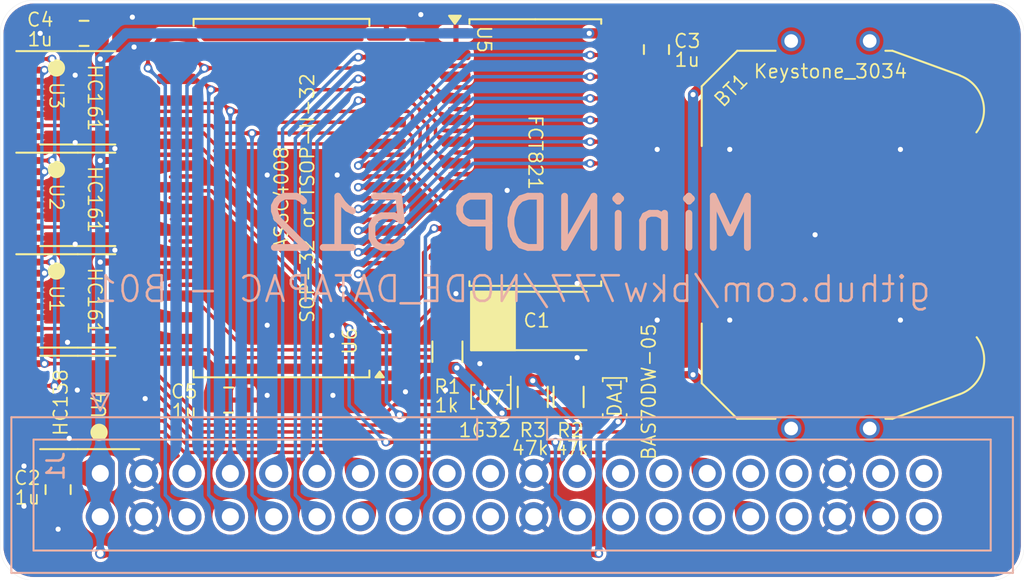
<source format=kicad_pcb>
(kicad_pcb (version 20240108) (generator "pcbnew") (generator_version "8.0")
  (title_block (title "MiniNDP 512") (date "2024-05-19") (rev "B01") (company "Brian K. White - b.kenyon.w@gmail.com") (comment 1 "github.com/bkw777/NODE_DATAPAC"))
  (layers (0 "F.Cu" signal) (31 "B.Cu" signal) (34 "B.Paste" user) (35 "F.Paste" user) (36 "B.SilkS" user "B.Silkscreen") (37 "F.SilkS" user "F.Silkscreen") (38 "B.Mask" user) (39 "F.Mask" user) (44 "Edge.Cuts" user))
  (net 0 "")
  (net 1 "GND")
  (net 2 "VMEM")
  (net 3 "VBUS")
  (net 4 "/AD0")
  (net 5 "/AD1")
  (net 6 "/AD2")
  (net 7 "/AD3")
  (net 8 "/AD4")
  (net 9 "/AD5")
  (net 10 "/AD6")
  (net 11 "/AD7")
  (net 12 "/A8")
  (net 13 "/A9")
  (net 14 "/~{RD}")
  (net 15 "/RAMRST")
  (net 16 "/~{Y0}")
  (net 17 "/(A)")
  (net 23 "/~{BLOCK}")
  (net 24 "/~{BYTE}")
  (net 25 "/TC0")
  (net 27 "/BUS_A10")
  (net 30 "/SLEEP")
  (net 31 "/A5")
  (net 32 "/A6")
  (net 33 "/TC1")
  (net 34 "/~{CE}")
  (net 35 "/A7")
  (net 36 "/BATT+")
  (net 37 "/BUS_A8")
  (net 38 "/BUS_A9")
  (net 39 "/A0")
  (net 40 "/A1")
  (net 41 "/A2")
  (net 42 "/A3")
  (net 43 "/A4")
  (net 57 "/~{WR}")
  (net 59 "Net-(C1-Pad1)")
  (net 61 "/A15")
  (net 62 "/A12")
  (net 63 "/A13")
  (net 64 "/A18")
  (net 65 "/A14")
  (net 66 "/A16")
  (net 67 "/A17")
  (net 68 "/A10")
  (net 69 "/A11")
  (footprint "000_LOCAL:CP_6032" (layer "F.Cu") (at 153.309 104.825)
    (property "Reference" "C1")
    (property "Value" "220u10v" (hide yes))
  )
  (footprint "000_LOCAL:TSSOP-16" (layer "F.Cu") (at 126.5 109.6 180)
    (property "Reference" "U4")
    (property "Value" "HC138")
  )
  (footprint "000_LOCAL:C_0805" (layer "F.Cu") (at 125.35 114.704999 -90)
    (property "Reference" "C2")
    (property "Value" "1u")
  )
  (footprint "000_LOCAL:SOIC-24" (layer "F.Cu") (at 153.309001 94.958999)
    (property "Reference" "U5")
    (property "Value" "FCT821")
  )
  (footprint "000_LOCAL:Fiducial_0.75_1.5" (layer "F.Cu") (at 179.95 118.025)
    (property "Reference" "F2" (hide yes))
    (property "Value" "Fiducial_0.75_1.5" (hide yes))
  )
  (footprint "000_LOCAL:TSSOP-16" (layer "F.Cu") (at 126.5 97.7)
    (property "Reference" "U2")
    (property "Value" "HC161")
  )
  (footprint "000_LOCAL:TSOP-II-SOP-32_dual" (layer "F.Cu") (at 138.4372 97.626 180)
    (property "Reference" "U6")
    (property "Value" "AS6C4008")
  )
  (footprint "000_LOCAL:Fiducial_0.75_1.5" (layer "F.Cu") (at 179.95 88.025 90)
    (property "Reference" "F2" (hide yes))
    (property "Value" "Fiducial_0.75_1.5" (hide yes))
  )
  (footprint "000_LOCAL:SOT-363_SC-70-6_symmetric" (layer "F.Cu") (at 157.959 109.325 180)
    (property "Reference" "DA1")
    (property "Value" "BAS70DW-05")
  )
  (footprint "000_LOCAL:R_0805" (layer "F.Cu") (at 148.159 106.625001 90)
    (property "Reference" "R1")
    (property "Value" "1k")
  )
  (footprint "000_LOCAL:TSSOP-16" (layer "F.Cu") (at 126.5 91.75)
    (property "Reference" "U3")
    (property "Value" "HC161")
  )
  (footprint "000_LOCAL:SOT-353_SC-70-5" (layer "F.Cu") (at 150.709 109.275 -90)
    (property "Reference" "U7")
    (property "Value" "1G32")
  )
  (footprint "000_LOCAL:C_0805" (layer "F.Cu") (at 160.406 88.923999 -90)
    (property "Reference" "C3")
    (property "Value" "1u")
  )
  (footprint "000_LOCAL:R_0805" (layer "F.Cu") (at 155.259 109.275 90)
    (property "Reference" "R2")
    (property "Value" "47k")
  )
  (footprint "000_LOCAL:Fiducial_0.75_1.5" (layer "F.Cu") (at 123.95 118.025)
    (property "Reference" "F3" (hide yes))
    (property "Value" "Fiducial_0.75_1.5" (hide yes))
  )
  (footprint "000_LOCAL:MiniNDP_Cover" (layer "F.Cu") (at 151.95 103.025)
    (property "Reference" "ENCLOSURE")
    (property "Value" "MiniNDP_Cover")
  )
  (footprint "000_LOCAL:Keystone_3028_3034" (layer "F.Cu") (at 170.6 99.775 90)
    (property "Reference" "BT1")
    (property "Value" "Keystone_3034")
  )
  (footprint "000_LOCAL:R_0805" (layer "F.Cu") (at 153.159 109.275 90)
    (property "Reference" "R3")
    (property "Value" "47k")
  )
  (footprint "000_LOCAL:C_0805" (layer "F.Cu") (at 126.870001 87.974 180)
    (property "Reference" "C4")
    (property "Value" "1u")
  )
  (footprint "000_LOCAL:C_0805" (layer "F.Cu") (at 135.34 109.46)
    (property "Reference" "C5")
    (property "Value" "1u")
  )
  (footprint "000_LOCAL:TSSOP-16" (layer "F.Cu") (at 126.5 103.65)
    (property "Reference" "U1")
    (property "Value" "HC161")
  )
  (footprint "000_LOCAL:IDC-Header_2x20_P2.54mm_Vertical" (layer "B.Cu") (at 127.82 113.755 -90)
    (property "Reference" "J1")
    (property "Value" "Conn_02x20_Odd_Even")
  )
  (gr_line (start 123.95 86.025) (end 179.95 86.025) (stroke (width 0.01)) (layer "Edge.Cuts"))
  (gr_line (start 179.95 120.025) (end 123.95 120.025) (stroke (width 0.01)) (layer "Edge.Cuts"))
  (gr_arc (start 179.95 86.024999) (mid 181.364214 86.610786) (end 181.950001 88.025) (stroke (width 0.01)) (layer "Edge.Cuts"))
  (gr_arc (start 123.95 120.025) (mid 122.535786 119.439214) (end 121.95 118.025) (stroke (width 0.01)) (layer "Edge.Cuts"))
  (gr_arc (start 181.950001 118.025) (mid 181.364214 119.439214) (end 179.95 120.025001) (stroke (width 0.01)) (layer "Edge.Cuts"))
  (gr_line (start 181.95 88.025) (end 181.95 118.025) (stroke (width 0.01)) (layer "Edge.Cuts"))
  (gr_arc (start 121.949999 88.025) (mid 122.535786 86.610786) (end 123.95 86.024999) (stroke (width 0.01)) (layer "Edge.Cuts"))
  (gr_line (start 121.95 118.025) (end 121.95 88.025) (stroke (width 0.01)) (layer "Edge.Cuts"))
  (gr_text "${TITLE}" (at 151.95 99.15 0) (layer "B.SilkS") (effects (font (size 3 3) (thickness 0.4)) (justify mirror)))
  (gr_text "${COMMENT1} - ${REVISION}" (at 151.95 102.96 0) (layer "B.SilkS") (effects (font (size 1.5 1.5)) (justify mirror)))
  (gr_text "SOP-32 or TSOP-II-32" (at 139.95 97.625 90) (layer "F.SilkS") (effects (font (size 0.8 0.8) (thickness 0.1))))
  (via (at 150.059 107.325) (size 0.5) (drill 0.3) (layers "F.Cu" "B.Cu") (net 1))
  (via (at 141.4 105.675) (size 0.5) (drill 0.3) (layers "F.Cu" "B.Cu") (net 1))
  (via (at 155.759 102.625) (size 0.5) (drill 0.3) (layers "F.Cu" "B.Cu") (net 1))
  (via (at 151.659 97.175) (size 0.5) (drill 0.3) (layers "F.Cu" "B.Cu") (net 1))
  (via (at 128.675 100.675) (size 0.5) (drill 0.3) (layers "F.Cu" "B.Cu") (net 1))
  (via (at 169.7 99.775) (size 0.5) (drill 0.3) (layers "F.Cu" "B.Cu") (net 1))
  (via (at 164.7 94.775) (size 0.5) (drill 0.3) (layers "F.Cu" "B.Cu") (net 1))
  (via (at 141.7 96.275) (size 0.5) (drill 0.3) (layers "F.Cu" "B.Cu") (net 1))
  (via (at 126.35 94.375) (size 0.5) (drill 0.3) (layers "F.Cu" "B.Cu") (net 1))
  (via (at 174.7 94.775) (size 0.5) (drill 0.3) (layers "F.Cu" "B.Cu") (net 1))
  (via (at 145.7 108.975) (size 0.5) (drill 0.3) (layers "F.Cu" "B.Cu") (net 1))
  (via (at 125.9 106.075) (size 0.5) (drill 0.3) (layers "F.Cu" "B.Cu") (net 1))
  (via (at 126.35 90.425) (size 0.5) (drill 0.3) (layers "F.Cu" "B.Cu") (net 1))
  (via (at 126.35 100.325) (size 0.5) (drill 0.3) (layers "F.Cu" "B.Cu") (net 1))
  (via (at 123.35 115.675) (size 0.5) (drill 0.3) (layers "F.Cu" "B.Cu") (net 1))
  (via (at 137.6 96.275) (size 0.5) (drill 0.3) (layers "F.Cu" "B.Cu") (net 1))
  (via (at 123.35 113.325) (size 0.5) (drill 0.3) (layers "F.Cu" "B.Cu") (net 1))
  (via (at 129.8 88.775) (size 0.5) (drill 0.3) (layers "F.Cu" "B.Cu") (net 1))
  (via (at 164.7 104.775) (size 0.5) (drill 0.3) (layers "F.Cu" "B.Cu") (net 1))
  (via (at 141.45 109.183) (size 0.5) (drill 0.3) (layers "F.Cu" "B.Cu") (net 1))
  (via (at 125.35 117.025) (size 0.5) (drill 0.3) (layers "F.Cu" "B.Cu") (net 1))
  (via (at 137.599 109.183) (size 0.5) (drill 0.3) (layers "F.Cu" "B.Cu") (net 1))
  (via (at 126 111.7) (size 0.5) (drill 0.3) (layers "F.Cu" "B.Cu") (net 1))
  (via (at 160.45 104.775) (size 0.5) (drill 0.3) (layers "F.Cu" "B.Cu") (net 1))
  (via (at 128.675 94.725) (size 0.5) (drill 0.3) (layers "F.Cu" "B.Cu") (net 1))
  (via (at 124.3 87.975) (size 0.5) (drill 0.3) (layers "F.Cu" "B.Cu") (net 1))
  (via (at 129.7 87.025) (size 0.5) (drill 0.3) (layers "F.Cu" "B.Cu") (net 1))
  (via (at 126.475 108.875) (size 0.5) (drill 0.3) (layers "F.Cu" "B.Cu") (net 1))
  (via (at 146.6 86.875) (size 0.5) (drill 0.3) (layers "F.Cu" "B.Cu") (net 1))
  (via (at 137.6 105.075) (size 0.5) (drill 0.3) (layers "F.Cu" "B.Cu") (net 1))
  (via (at 130.45 109.375) (size 0.5) (drill 0.3) (layers "F.Cu" "B.Cu") (net 1))
  (via (at 160.45 94.775) (size 0.5) (drill 0.3) (layers "F.Cu" "B.Cu") (net 1))
  (via (at 174.7 104.775) (size 0.5) (drill 0.3) (layers "F.Cu" "B.Cu") (net 1))
  (via (at 155.759 106.975) (size 0.5) (drill 0.3) (layers "F.Cu" "B.Cu") (net 1))
  (via (at 148.659 103.225) (size 0.5) (drill 0.3) (layers "F.Cu" "B.Cu") (net 1))
  (via (at 148.05 108.875) (size 0.5) (drill 0.3) (layers "F.Cu" "B.Cu") (net 1))
  (segment (start 142.772 107.625) (end 134.39 107.625) (width 0.6) (layer "F.Cu") (net 2))
  (segment (start 148.709 107.575) (end 146.55 107.575) (width 0.6) (layer "F.Cu") (net 2))
  (segment (start 153.158999 110.225) (end 153.159 110.224999) (width 0.6) (layer "F.Cu") (net 2))
  (segment (start 134.39 107.625) (end 133.916 107.151) (width 0.6) (layer "F.Cu") (net 2))
  (segment (start 133.916 107.151) (end 132.2904 107.151) (width 0.6) (layer "F.Cu") (net 2))
  (segment (start 143.172 108.025) (end 142.772 107.625) (width 0.6) (layer "F.Cu") (net 2))
  (segment (start 151.359 110.225) (end 153.158999 110.225) (width 0.6) (layer "F.Cu") (net 2))
  (segment (start 151.359 110.225) (end 151.359001 110.224999) (width 0.4) (layer "F.Cu") (net 2))
  (segment (start 146.55 107.575) (end 146.1 108.025) (width 0.6) (layer "F.Cu") (net 2))
  (segment (start 157.009 109.975) (end 155.458999 109.975) (width 0.4) (layer "F.Cu") (net 2))
  (segment (start 146.1 108.025) (end 143.172 108.025) (width 0.6) (layer "F.Cu") (net 2))
  (segment (start 134.39 109.46) (end 134.39 107.625) (width 0.6) (layer "F.Cu") (net 2))
  (segment (start 153.159 110.224999) (end 155.209 110.224999) (width 0.6) (layer "F.Cu") (net 2))
  (segment (start 155.458999 109.975) (end 155.209 110.224999) (width 0.4) (layer "F.Cu") (net 2))
  (via (at 148.709 107.575) (size 0.5) (drill 0.3) (layers "F.Cu" "B.Cu") (net 2))
  (via (at 151.359 110.225) (size 0.5) (drill 0.3) (layers "F.Cu" "B.Cu") (net 2))
  (segment (start 148.709001 107.574999) (end 151.359001 110.224999) (width 0.6) (layer "B.Cu") (net 2))
  (segment (start 124.15 111.875) (end 123.65 111.875) (width 0.4) (layer "F.Cu") (net 3))
  (segment (start 127.82 118.454) (end 157.03 118.454) (width 0.4) (layer "F.Cu") (net 3))
  (segment (start 127.82 89.475) (end 129.35 89.475) (width 0.4) (layer "F.Cu") (net 3))
  (segment (start 124.85 113.755) (end 124.85 112.575) (width 0.4) (layer "F.Cu") (net 3))
  (segment (start 127.82 105.275) (end 127.82 101.375) (width 0.2) (layer "F.Cu") (net 3))
  (segment (start 129.35 99.975) (end 129.35 101.375) (width 0.2) (layer "F.Cu") (net 3))
  (segment (start 129.35 95.425) (end 127.82 95.425) (width 0.4) (layer "F.Cu") (net 3))
  (segment (start 158.159 110.725) (end 158.909 109.975) (width 0.4) (layer "F.Cu") (net 3))
  (segment (start 129.35 105.275) (end 123.65 105.275) (width 0.2) (layer "F.Cu") (net 3))
  (segment (start 129.35 94.025) (end 129.35 95.425) (width 0.2) (layer "F.Cu") (net 3))
  (segment (start 156.469 87.974) (end 157.959001 87.974) (width 0.6) (layer "F.Cu") (net 3))
  (segment (start 157.959001 87.974) (end 160.406 87.974) (width 0.6) (layer "F.Cu") (net 3))
  (segment (start 127.82 113.755) (end 125.35 113.755) (width 1) (layer "F.Cu") (net 3))
  (segment (start 127.82 87.974) (end 127.82 89.475) (width 0.6) (layer "F.Cu") (net 3))
  (segment (start 124.85 112.575) (end 124.15 111.875) (width 0.4) (layer "F.Cu") (net 3))
  (segment (start 125.35 113.755) (end 124.85 113.755) (width 0.4) (layer "F.Cu") (net 3))
  (segment (start 129.35 105.925) (end 129.35 105.275) (width 0.2) (layer "F.Cu") (net 3))
  (segment (start 129.35 101.375) (end 127.82 101.375) (width 0.4) (layer "F.Cu") (net 3))
  (via (at 127.82 95.425) (size 0.5) (drill 0.3) (layers "F.Cu" "B.Cu") (net 3))
  (via (at 158.159 110.725) (size 0.5) (drill 0.3) (layers "F.Cu" "B.Cu") (net 3))
  (via (at 156.469 87.974) (size 0.5) (drill 0.3) (layers "F.Cu" "B.Cu") (net 3))
  (via (at 127.82 118.454) (size 0.6) (drill 0.4) (layers "F.Cu" "B.Cu") (net 3))
  (via (at 127.82 89.475) (size 0.5) (drill 0.3) (layers "F.Cu" "B.Cu") (net 3))
  (via (at 127.82 101.375) (size 0.5) (drill 0.3) (layers "F.Cu" "B.Cu") (net 3))
  (via (at 157.03 118.454) (size 0.5) (drill 0.3) (layers "F.Cu" "B.Cu") (net 3))
  (segment (start 127.82 116.295) (end 127.82 118.454) (width 0.4) (layer "B.Cu") (net 3))
  (segment (start 129.321 87.974) (end 156.469 87.974) (width 0.6) (layer "B.Cu") (net 3))
  (segment (start 127.82 95.425) (end 127.82 89.475) (width 0.6) (layer "B.Cu") (net 3))
  (segment (start 127.82 101.375) (end 127.82 95.425) (width 0.6) (layer "B.Cu") (net 3))
  (segment (start 127.82 113.755) (end 127.82 101.375) (width 0.6) (layer "B.Cu") (net 3))
  (segment (start 158.159 110.725) (end 157.03 111.854) (width 0.4) (layer "B.Cu") (net 3))
  (segment (start 157.03 111.854) (end 157.03 118.454) (width 0.4) (layer "B.Cu") (net 3))
  (segment (start 127.82 89.475) (end 129.321 87.974) (width 0.6) (layer "B.Cu") (net 3))
  (segment (start 127.82 116.295) (end 127.82 113.755) (width 1) (layer "B.Cu") (net 3))
  (segment (start 130.614 90.006) (end 130.614 88.986) (width 0.2) (layer "F.Cu") (net 4))
  (segment (start 147.059 89.075) (end 148.490002 89.075) (width 0.2) (layer "F.Cu") (net 4))
  (segment (start 132.2904 88.101) (end 132.4644 88.275) (width 0.2) (layer "F.Cu") (net 4))
  (segment (start 148.490002 89.075) (end 148.659001 89.243999) (width 0.2) (layer "F.Cu") (net 4))
  (segment (start 130.614 88.986) (end 131.325 88.275) (width 0.2) (layer "F.Cu") (net 4))
  (segment (start 133.761 88.736) (end 146.72 88.736) (width 0.2) (layer "F.Cu") (net 4))
  (segment (start 132.1164 88.275) (end 132.2904 88.101) (width 0.2) (layer "F.Cu") (net 4))
  (segment (start 132.4644 88.275) (end 133.3 88.275) (width 0.2) (layer "F.Cu") (net 4))
  (segment (start 131.325 88.275) (end 132.1164 88.275) (width 0.2) (layer "F.Cu") (net 4))
  (segment (start 146.72 88.736) (end 147.059 89.075) (width 0.2) (layer "F.Cu") (net 4))
  (segment (start 133.3 88.275) (end 133.761 88.736) (width 0.2) (layer "F.Cu") (net 4))
  (via (at 130.614 90.006) (size 0.5) (drill 0.3) (layers "F.Cu" "B.Cu") (net 4))
  (segment (start 130.614 90.006) (end 131.63 91.022) (width 0.2) (layer "B.Cu") (net 4))
  (segment (start 131.63 91.022) (end 131.63 115.025) (width 0.2) (layer "B.Cu") (net 4))
  (segment (start 131.63 115.025) (end 132.9 116.295) (width 0.2) (layer "B.Cu") (net 4))
  (segment (start 132.4944 89.575) (end 132.2904 89.371) (width 0.2) (layer "F.Cu") (net 5))
  (segment (start 148.067999 91.783999) (end 148.659 91.783999) (width 0.2) (layer "F.Cu") (net 5))
  (segment (start 133.916 90.025) (end 133.466 89.575) (width 0.2) (layer "F.Cu") (net 5))
  (segment (start 146.29 90.006) (end 148.067999 91.783999) (width 0.2) (layer "F.Cu") (net 5))
  (segment (start 133.466 89.575) (end 132.4944 89.575) (width 0.2) (layer "F.Cu") (net 5))
  (segment (start 133.916 90.025) (end 133.935 90.006) (width 0.2) (layer "F.Cu") (net 5))
  (segment (start 133.935 90.006) (end 146.29 90.006) (width 0.2) (layer "F.Cu") (net 5))
  (via (at 133.916 90.025) (size 0.5) (drill 0.3) (layers "F.Cu" "B.Cu") (net 5))
  (segment (start 132.9 91.041) (end 132.9 113.755) (width 0.2) (layer "B.Cu") (net 5))
  (segment (start 133.916 90.025) (end 132.9 91.041) (width 0.2) (layer "B.Cu") (net 5))
  (segment (start 147.009 92.675) (end 147.459 93.125) (width 0.2) (layer "F.Cu") (net 6))
  (segment (start 133.849 90.825) (end 132.4744 90.825) (width 0.2) (layer "F.Cu") (net 6))
  (segment (start 147.009 92.175) (end 147.009 92.675) (width 0.2) (layer "F.Cu") (net 6))
  (segment (start 147.709 94.125) (end 148.460002 94.125) (width 0.2) (layer "F.Cu") (net 6))
  (segment (start 134.3 91.276) (end 133.849 90.825) (width 0.2) (layer "F.Cu") (net 6))
  (segment (start 146.11 91.276) (end 147.009 92.175) (width 0.2) (layer "F.Cu") (net 6))
  (segment (start 134.3 91.276) (end 146.11 91.276) (width 0.2) (layer "F.Cu") (net 6))
  (segment (start 132.4744 90.825) (end 132.2904 90.641) (width 0.2) (layer "F.Cu") (net 6))
  (segment (start 148.460002 94.125) (end 148.659001 94.323999) (width 0.2) (layer "F.Cu") (net 6))
  (segment (start 147.459 93.125) (end 147.459 93.875) (width 0.2) (layer "F.Cu") (net 6))
  (segment (start 147.459 93.875) (end 147.709 94.125) (width 0.2) (layer "F.Cu") (net 6))
  (via (at 134.3 91.276) (size 0.5) (drill 0.3) (layers "F.Cu" "B.Cu") (net 6))
  (segment (start 134.3 91.276) (end 134.17 91.406) (width 0.2) (layer "B.Cu") (net 6))
  (segment (start 134.17 91.406) (end 134.17 115.025) (width 0.2) (layer "B.Cu") (net 6))
  (segment (start 134.17 115.025) (end 135.44 116.295) (width 0.2) (layer "B.Cu") (net 6))
  (segment (start 132.4544 92.075) (end 132.2904 91.911) (width 0.2) (layer "F.Cu") (net 7))
  (segment (start 134.99 92.075) (end 132.4544 92.075) (width 0.2) (layer "F.Cu") (net 7))
  (segment (start 148.097999 96.863999) (end 148.659001 96.863999) (width 0.2) (layer "F.Cu") (net 7))
  (segment (start 146.109 92.804) (end 146.109 93.175) (width 0.2) (layer "F.Cu") (net 7))
  (segment (start 146.559 95.325) (end 148.097999 96.863999) (width 0.2) (layer "F.Cu") (net 7))
  (segment (start 146.559 93.625) (end 146.559 95.325) (width 0.2) (layer "F.Cu") (net 7))
  (segment (start 135.44 92.525) (end 135.461 92.546) (width 0.2) (layer "F.Cu") (net 7))
  (segment (start 145.851 92.546) (end 146.109 92.804) (width 0.2) (layer "F.Cu") (net 7))
  (segment (start 135.461 92.546) (end 145.851 92.546) (width 0.2) (layer "F.Cu") (net 7))
  (segment (start 146.109 93.175) (end 146.559 93.625) (width 0.2) (layer "F.Cu") (net 7))
  (segment (start 135.44 92.525) (end 134.99 92.075) (width 0.2) (layer "F.Cu") (net 7))
  (via (at 135.44 92.525) (size 0.5) (drill 0.3) (layers "F.Cu" "B.Cu") (net 7))
  (segment (start 135.44 92.525) (end 135.44 113.755) (width 0.2) (layer "B.Cu") (net 7))
  (segment (start 134.35 93.375) (end 132.4844 93.375) (width 0.2) (layer "F.Cu") (net 8))
  (segment (start 132.4844 93.375) (end 132.2904 93.181) (width 0.2) (layer "F.Cu") (net 8))
  (segment (start 136.719 93.816) (end 145.9 93.816) (width 0.2) (layer "F.Cu") (net 8))
  (segment (start 146.109 96.125) (end 148.117999 98.133999) (width 0.2) (layer "F.Cu") (net 8))
  (segment (start 136.71 93.825) (end 134.8 93.825) (width 0.2) (layer "F.Cu") (net 8))
  (segment (start 148.117999 98.133999) (end 148.659 98.133999) (width 0.2) (layer "F.Cu") (net 8))
  (segment (start 145.9 93.816) (end 146.109 94.025) (width 0.2) (layer "F.Cu") (net 8))
  (segment (start 136.71 93.825) (end 136.719 93.816) (width 0.2) (layer "F.Cu") (net 8))
  (segment (start 146.109 94.025) (end 146.109 96.125) (width 0.2) (layer "F.Cu") (net 8))
  (segment (start 134.8 93.825) (end 134.35 93.375) (width 0.2) (layer "F.Cu") (net 8))
  (via (at 136.71 93.825) (size 0.5) (drill 0.3) (layers "F.Cu" "B.Cu") (net 8))
  (segment (start 136.71 93.825) (end 136.71 115.025) (width 0.2) (layer "B.Cu") (net 8))
  (segment (start 136.71 115.025) (end 137.98 116.295) (width 0.2) (layer "B.Cu") (net 8))
  (segment (start 144.6094 89.371) (end 144.8134 89.575) (width 0.2) (layer "F.Cu") (net 9))
  (segment (start 142.933 89.371) (end 144.6094 89.371) (width 0.2) (layer "F.Cu") (net 9))
  (segment (start 147.438 90.325) (end 148.470002 90.325) (width 0.2) (layer "F.Cu") (net 9))
  (segment (start 146.688 89.575) (end 147.438 90.325) (width 0.2) (layer "F.Cu") (net 9))
  (segment (start 144.8134 89.575) (end 146.688 89.575) (width 0.2) (layer "F.Cu") (net 9))
  (segment (start 148.470002 90.325) (end 148.659001 90.513999) (width 0.2) (layer "F.Cu") (net 9))
  (via (at 142.933 89.371) (size 0.5) (drill 0.3) (layers "F.Cu" "B.Cu") (net 9))
  (segment (start 138.5 93.575) (end 138.5 113.235) (width 0.2) (layer "B.Cu") (net 9))
  (segment (start 142.704 89.371) (end 138.5 93.575) (width 0.2) (layer "B.Cu") (net 9))
  (segment (start 142.933 89.371) (end 142.704 89.371) (width 0.2) (layer "B.Cu") (net 9))
  (segment (start 138.5 113.235) (end 137.98 113.755) (width 0.2) (layer "B.Cu") (net 9))
  (segment (start 147.459 91.925) (end 147.459 92.426) (width 0.2) (layer "F.Cu") (net 10))
  (segment (start 148.086999 93.053999) (end 148.659001 93.053999) (width 0.2) (layer "F.Cu") (net 10))
  (segment (start 146.359 90.825) (end 147.459 91.925) (width 0.2) (layer "F.Cu") (net 10))
  (segment (start 144.7934 90.825) (end 146.359 90.825) (width 0.2) (layer "F.Cu") (net 10))
  (segment (start 142.933 90.641) (end 144.6094 90.641) (width 0.2) (layer "F.Cu") (net 10))
  (segment (start 147.459 92.426) (end 148.086999 93.053999) (width 0.2) (layer "F.Cu") (net 10))
  (segment (start 144.6094 90.641) (end 144.7934 90.825) (width 0.2) (layer "F.Cu") (net 10))
  (via (at 142.933 90.641) (size 0.5) (drill 0.3) (layers "F.Cu" "B.Cu") (net 10))
  (segment (start 142.734 90.641) (end 139.25 94.125) (width 0.2) (layer "B.Cu") (net 10))
  (segment (start 139.25 115.025) (end 140.52 116.295) (width 0.2) (layer "B.Cu") (net 10))
  (segment (start 139.25 94.125) (end 139.25 115.025) (width 0.2) (layer "B.Cu") (net 10))
  (segment (start 142.933 90.641) (end 142.734 90.641) (width 0.2) (layer "B.Cu") (net 10))
  (segment (start 147.009 93.375) (end 147.009 94.475) (width 0.2) (layer "F.Cu") (net 11))
  (segment (start 147.009 94.475) (end 148.127999 95.593999) (width 0.2) (layer "F.Cu") (net 11))
  (segment (start 144.7734 92.075) (end 146.159 92.075) (width 0.2) (layer "F.Cu") (net 11))
  (segment (start 146.559 92.925) (end 147.009 93.375) (width 0.2) (layer "F.Cu") (net 11))
  (segment (start 144.6094 91.911) (end 144.7734 92.075) (width 0.2) (layer "F.Cu") (net 11))
  (segment (start 142.933 91.911) (end 144.6094 91.911) (width 0.2) (layer "F.Cu") (net 11))
  (segment (start 146.159 92.075) (end 146.559 92.475) (width 0.2) (layer "F.Cu") (net 11))
  (segment (start 148.127999 95.593999) (end 148.659001 95.593999) (width 0.2) (layer "F.Cu") (net 11))
  (segment (start 146.559 92.475) (end 146.559 92.925) (width 0.2) (layer "F.Cu") (net 11))
  (via (at 142.933 91.911) (size 0.5) (drill 0.3) (layers "F.Cu" "B.Cu") (net 11))
  (segment (start 142.933 91.911) (end 140.52 94.324) (width 0.2) (layer "B.Cu") (net 11))
  (segment (start 140.52 94.324) (end 140.52 113.755) (width 0.2) (layer "B.Cu") (net 11))
  (segment (start 130.15 90.875) (end 129.45 90.875) (width 0.2) (layer "F.Cu") (net 12))
  (segment (start 134.421 92.546) (end 131.021 92.546) (width 0.2) (layer "F.Cu") (net 12))
  (segment (start 129.45 90.875) (end 129.35 90.775) (width 0.2) (layer "F.Cu") (net 12))
  (segment (start 144.584 93.181) (end 135.056 93.181) (width 0.2) (layer "F.Cu") (net 12))
  (segment (start 135.056 93.181) (end 134.421 92.546) (width 0.2) (layer "F.Cu") (net 12))
  (segment (start 131.021 92.546) (end 130.8 92.325) (width 0.2) (layer "F.Cu") (net 12))
  (segment (start 130.8 92.325) (end 130.8 91.525) (width 0.2) (layer "F.Cu") (net 12))
  (segment (start 130.8 91.525) (end 130.15 90.875) (width 0.2) (layer "F.Cu") (net 12))
  (segment (start 130.15 91.525) (end 129.45 91.525) (width 0.2) (layer "F.Cu") (net 13))
  (segment (start 130.4 93.125) (end 130.4 91.775) (width 0.2) (layer "F.Cu") (net 13))
  (segment (start 129.45 91.525) (end 129.35 91.425) (width 0.2) (layer "F.Cu") (net 13))
  (segment (start 144.584 94.451) (end 134.5135 94.451) (width 0.2) (layer "F.Cu") (net 13))
  (segment (start 131.091 93.816) (end 130.4 93.125) (width 0.2) (layer "F.Cu") (net 13))
  (segment (start 134.5135 94.451) (end 133.8785 93.816) (width 0.2) (layer "F.Cu") (net 13))
  (segment (start 133.8785 93.816) (end 131.091 93.816) (width 0.2) (layer "F.Cu") (net 13))
  (segment (start 130.4 91.775) (end 130.15 91.525) (width 0.2) (layer "F.Cu") (net 13))
  (segment (start 142.4 105.275) (end 134.3192 97.1942) (width 0.2) (layer "F.Cu") (net 14))
  (segment (start 132.4936 97.1942) (end 132.2904 96.991) (width 0.2) (layer "F.Cu") (net 14))
  (segment (start 134.3192 97.1942) (end 132.4936 97.1942) (width 0.2) (layer "F.Cu") (net 14))
  (segment (start 154.49 111.925) (end 144.55 111.925) (width 0.2) (layer "F.Cu") (net 14))
  (via (at 142.4 105.275) (size 0.5) (drill 0.3) (layers "F.Cu" "B.Cu") (net 14))
  (via (at 144.55 111.925) (size 0.5) (drill 0.3) (layers "F.Cu" "B.Cu") (net 14))
  (via (at 154.49 111.925) (size 0.5) (drill 0.3) (layers "F.Cu" "B.Cu") (net 14))
  (segment (start 154.49 111.925) (end 154.49 115.025) (width 0.2) (layer "B.Cu") (net 14))
  (segment (start 154.49 115.025) (end 155.76 116.295) (width 0.2) (layer "B.Cu") (net 14))
  (segment (start 142.4 109.775) (end 144.55 111.925) (width 0.2) (layer "B.Cu") (net 14))
  (segment (start 142.4 105.275) (end 142.4 109.775) (width 0.2) (layer "B.Cu") (net 14))
  (segment (start 160.975 108.675) (end 158.909 108.675) (width 0.3) (layer "F.Cu") (net 15))
  (segment (start 173.54 116.295) (end 172.27 115.025) (width 0.3) (layer "F.Cu") (net 15))
  (segment (start 167.19 113.12) (end 166.428 112.358) (width 0.3) (layer "F.Cu") (net 15))
  (segment (start 172.27 115.025) (end 167.79975 115.025) (width 0.3) (layer "F.Cu") (net 15))
  (segment (start 167.79975 115.025) (end 167.19 114.41525) (width 0.3) (layer "F.Cu") (net 15))
  (segment (start 166.428 112.358) (end 164.658 112.358) (width 0.3) (layer "F.Cu") (net 15))
  (segment (start 167.19 114.41525) (end 167.19 113.12) (width 0.3) (layer "F.Cu") (net 15))
  (segment (start 164.658 112.358) (end 160.975 108.675) (width 0.3) (layer "F.Cu") (net 15))
  (segment (start 163.38 113.755) (end 162.15 112.525) (width 0.2) (layer "F.Cu") (net 16))
  (segment (start 144.3 112.525) (end 143.5 111.725) (width 0.2) (layer "F.Cu") (net 16))
  (segment (start 143.5 111.725) (end 133.15 111.725) (width 0.2) (layer "F.Cu") (net 16))
  (segment (start 129.45 110.025) (end 129.35 109.925) (width 0.2) (layer "F.Cu") (net 16))
  (segment (start 162.15 112.525) (end 144.3 112.525) (width 0.2) (layer "F.Cu") (net 16))
  (segment (start 131.45 110.025) (end 129.45 110.025) (width 0.2) (layer "F.Cu") (net 16))
  (segment (start 133.15 111.725) (end 131.45 110.025) (width 0.2) (layer "F.Cu") (net 16))
  (segment (start 130.75 108.725) (end 129.45 108.725) (width 0.2) (layer "F.Cu") (net 17))
  (segment (start 165.92 116.295) (end 164.65 115.025) (width 0.2) (layer "F.Cu") (net 17))
  (segment (start 164.65 115.025) (end 164.65 113.247) (width 0.2) (layer "F.Cu") (net 17))
  (segment (start 133.35 111.325) (end 130.75 108.725) (width 0.2) (layer "F.Cu") (net 17))
  (segment (start 162.728 111.325) (end 133.35 111.325) (width 0.2) (layer "F.Cu") (net 17))
  (segment (start 164.65 113.247) (end 162.728 111.325) (width 0.2) (layer "F.Cu") (net 17))
  (segment (start 129.45 108.725) (end 129.35 108.625) (width 0.2) (layer "F.Cu") (net 17))
  (segment (start 126.95 106.825) (end 130.2 106.825) (width 0.2) (layer "F.Cu") (net 23))
  (segment (start 157.65 110.3575) (end 157.65 108.025) (width 0.2) (layer "F.Cu") (net 23))
  (segment (start 133.55 110.925) (end 157.0825 110.925) (width 0.2) (layer "F.Cu") (net 23))
  (segment (start 123.65 108.625) (end 125.15 108.625) (width 0.2) (layer "F.Cu") (net 23))
  (segment (start 130.2 106.825) (end 130.4 107.025) (width 0.2) (layer "F.Cu") (net 23))
  (segment (start 123.65 89.475) (end 125 89.475) (width 0.2) (layer "F.Cu") (net 23))
  (segment (start 130.4 107.775) (end 133.55 110.925) (width 0.2) (layer "F.Cu") (net 23))
  (segment (start 157.959001 107.715999) (end 157.959001 101.943998) (width 0.2) (layer "F.Cu") (net 23))
  (segment (start 125 101.375) (end 123.65 101.375) (width 0.2) (layer "F.Cu") (net 23))
  (segment (start 130.4 107.025) (end 130.4 107.775) (width 0.2) (layer "F.Cu") (net 23))
  (segment (start 157.0825 110.925) (end 157.65 110.3575) (width 0.2) (layer "F.Cu") (net 23))
  (segment (start 157.65 108.025) (end 157.959001 107.715999) (width 0.2) (layer "F.Cu") (net 23))
  (segment (start 123.65 95.425) (end 125 95.425) (width 0.2) (layer "F.Cu") (net 23))
  (segment (start 125.15 108.625) (end 126.95 106.825) (width 0.2) (layer "F.Cu") (net 23))
  (via (at 125 95.425) (size 0.5) (drill 0.3) (layers "F.Cu" "B.Cu") (net 23))
  (via (at 125 89.475) (size 0.5) (drill 0.3) (layers "F.Cu" "B.Cu") (net 23))
  (via (at 125.15 108.625) (size 0.5) (drill 0.3) (layers "F.Cu" "B.Cu") (net 23))
  (via (at 125 101.375) (size 0.5) (drill 0.3) (layers "F.Cu" "B.Cu") (net 23))
  (segment (start 125 101.375) (end 125.15 101.525) (width 0.2) (layer "B.Cu") (net 23))
  (segment (start 125.15 101.225) (end 125 101.375) (width 0.2) (layer "B.Cu") (net 23))
  (segment (start 125.15 89.625) (end 125.15 95.275) (width 0.2) (layer "B.Cu") (net 23))
  (segment (start 125.15 101.525) (end 125.15 108.625) (width 0.2) (layer "B.Cu") (net 23))
  (segment (start 125 89.475) (end 125.15 89.625) (width 0.2) (layer "B.Cu") (net 23))
  (segment (start 125 95.425) (end 125.15 95.575) (width 0.2) (layer "B.Cu") (net 23))
  (segment (start 125.15 95.575) (end 125.15 101.225) (width 0.2) (layer "B.Cu") (net 23))
  (segment (start 125.15 95.275) (end 125 95.425) (width 0.2) (layer "B.Cu") (net 23))
  (segment (start 130.8 107.575) (end 133.75 110.525) (width 0.2) (layer "F.Cu") (net 24))
  (segment (start 126.675 106.425) (end 130.4 106.425) (width 0.2) (layer "F.Cu") (net 24))
  (segment (start 123.65 107.325) (end 124.55 107.325) (width 0.2) (layer "F.Cu") (net 24))
  (segment (start 130.8 106.825) (end 130.8 107.575) (width 0.2) (layer "F.Cu") (net 24))
  (segment (start 124.55 107.325) (end 125.775 107.325) (width 0.2) (layer "F.Cu") (net 24))
  (segment (start 144.258 110.525) (end 145.058 109.725) (width 0.2) (layer "F.Cu") (net 24))
  (segment (start 149.609 109.725) (end 150.609 108.725) (width 0.2) (layer "F.Cu") (net 24))
  (segment (start 125.775 107.325) (end 126.675 106.425) (width 0.2) (layer "F.Cu") (net 24))
  (segment (start 150.609 108.725) (end 150.609 108.425001) (width 0.2) (layer "F.Cu") (net 24))
  (segment (start 123.65 96.075) (end 124.55 96.075) (width 0.2) (layer "F.Cu") (net 24))
  (segment (start 145.058 109.725) (end 149.609 109.725) (width 0.2) (layer "F.Cu") (net 24))
  (segment (start 130.4 106.425) (end 130.8 106.825) (width 0.2) (layer "F.Cu") (net 24))
  (segment (start 150.609 108.425001) (end 150.709 108.325001) (width 0.2) (layer "F.Cu") (net 24))
  (segment (start 133.75 110.525) (end 144.258 110.525) (width 0.2) (layer "F.Cu") (net 24))
  (segment (start 123.65 102.025) (end 124.55 102.025) (width 0.2) (layer "F.Cu") (net 24))
  (segment (start 123.65 90.125) (end 124.55 90.125) (width 0.2) (layer "F.Cu") (net 24))
  (via (at 124.55 102.025) (size 0.5) (drill 0.3) (layers "F.Cu" "B.Cu") (net 24))
  (via (at 124.55 96.075) (size 0.5) (drill 0.3) (layers "F.Cu" "B.Cu") (net 24))
  (via (at 124.55 107.325) (size 0.5) (drill 0.3) (layers "F.Cu" "B.Cu") (net 24))
  (via (at 124.55 90.125) (size 0.5) (drill 0.3) (layers "F.Cu" "B.Cu") (net 24))
  (segment (start 124.55 107.325) (end 124.4 107.175) (width 0.2) (layer "B.Cu") (net 24))
  (segment (start 124.4 96.225) (end 124.55 96.075) (width 0.2) (layer "B.Cu") (net 24))
  (segment (start 124.4 107.175) (end 124.4 102.175) (width 0.2) (layer "B.Cu") (net 24))
  (segment (start 124.4 95.925) (end 124.4 90.275) (width 0.2) (layer "B.Cu") (net 24))
  (segment (start 124.4 102.175) (end 124.55 102.025) (width 0.2) (layer "B.Cu") (net 24))
  (segment (start 124.55 102.025) (end 124.4 101.875) (width 0.2) (layer "B.Cu") (net 24))
  (segment (start 124.55 96.075) (end 124.4 95.925) (width 0.2) (layer "B.Cu") (net 24))
  (segment (start 124.4 90.275) (end 124.55 90.125) (width 0.2) (layer "B.Cu") (net 24))
  (segment (start 124.4 101.875) (end 124.4 96.225) (width 0.2) (layer "B.Cu") (net 24))
  (segment (start 129.45 99.425) (end 129.35 99.325) (width 0.2) (layer "F.Cu") (net 25))
  (segment (start 130.4 101.675) (end 130.4 99.675) (width 0.2) (layer "F.Cu") (net 25))
  (segment (start 129.45 101.925) (end 130.15 101.925) (width 0.2) (layer "F.Cu") (net 25))
  (segment (start 130.4 99.675) (end 130.15 99.425) (width 0.2) (layer "F.Cu") (net 25))
  (segment (start 123.65 99.325) (end 129.35 99.325) (width 0.2) (layer "F.Cu") (net 25))
  (segment (start 130.15 101.925) (end 130.4 101.675) (width 0.2) (layer "F.Cu") (net 25))
  (segment (start 129.35 102.025) (end 129.45 101.925) (width 0.2) (layer "F.Cu") (net 25))
  (segment (start 130.15 99.425) (end 129.45 99.425) (width 0.2) (layer "F.Cu") (net 25))
  (segment (start 148.659001 99.403999) (end 147.378 99.403999) (width 0.2) (layer "F.Cu") (net 27))
  (via (at 147.378 99.403999) (size 0.5) (drill 0.3) (layers "F.Cu" "B.Cu") (net 27))
  (segment (start 147.378 99.403999) (end 146.87 99.911999) (width 0.2) (layer "B.Cu") (net 27))
  (segment (start 146.87 115.025) (end 145.6 116.295) (width 0.2) (layer "B.Cu") (net 27))
  (segment (start 146.87 99.911999) (end 146.87 115.025) (width 0.2) (layer "B.Cu") (net 27))
  (segment (start 151.359 108.525) (end 151.359 108.325) (width 0.2) (layer "F.Cu") (net 30))
  (segment (start 154.709 108.325001) (end 154.709 109.025) (width 0.2) (layer "F.Cu") (net 30))
  (segment (start 151.459 108.425) (end 151.359 108.325) (width 0.2) (layer "F.Cu") (net 30))
  (segment (start 155.259 108.325001) (end 154.709 108.325001) (width 0.2) (layer "F.Cu") (net 30))
  (segment (start 154.259 109.475) (end 152.009 109.475) (width 0.2) (layer "F.Cu") (net 30))
  (segment (start 155.508999 108.575) (end 155.259 108.325001) (width 0.2) (layer "F.Cu") (net 30))
  (segment (start 152.009 109.475) (end 151.459 108.925) (width 0.2) (layer "F.Cu") (net 30))
  (segment (start 151.459 108.925) (end 151.459 108.425) (width 0.2) (layer "F.Cu") (net 30))
  (segment (start 157.009 108.675) (end 156.909 108.575) (width 0.2) (layer "F.Cu") (net 30))
  (segment (start 156.909 108.575) (end 155.508999 108.575) (width 0.2) (layer "F.Cu") (net 30))
  (segment (start 154.709 109.025) (end 154.259 109.475) (width 0.2) (layer "F.Cu") (net 30))
  (segment (start 130.7 97.475) (end 131.3 98.075) (width 0.2) (layer "F.Cu") (net 31))
  (segment (start 129.35 97.375) (end 129.45 97.475) (width 0.2) (layer "F.Cu") (net 31))
  (segment (start 132.1044 98.075) (end 132.2904 98.261) (width 0.2) (layer "F.Cu") (net 31))
  (segment (start 129.45 97.475) (end 130.7 97.475) (width 0.2) (layer "F.Cu") (net 31))
  (segment (start 131.3 98.075) (end 132.1044 98.075) (width 0.2) (layer "F.Cu") (net 31))
  (segment (start 130.15 98.125) (end 131.556 99.531) (width 0.2) (layer "F.Cu") (net 32))
  (segment (start 131.556 99.531) (end 132.2904 99.531) (width 0.2) (layer "F.Cu") (net 32))
  (segment (start 129.35 98.025) (end 129.45 98.125) (width 0.2) (layer "F.Cu") (net 32))
  (segment (start 129.45 98.125) (end 130.15 98.125) (width 0.2) (layer "F.Cu") (net 32))
  (segment (start 123.65 93.375) (end 129.35 93.375) (width 0.2) (layer "F.Cu") (net 33))
  (segment (start 130.4 93.725) (end 130.15 93.475) (width 0.2) (layer "F.Cu") (net 33))
  (segment (start 129.45 95.975) (end 130.15 95.975) (width 0.2) (layer "F.Cu") (net 33))
  (segment (start 129.45 93.475) (end 129.35 93.375) (width 0.2) (layer "F.Cu") (net 33))
  (segment (start 130.15 93.475) (end 129.45 93.475) (width 0.2) (layer "F.Cu") (net 33))
  (segment (start 130.4 95.725) (end 130.4 93.725) (width 0.2) (layer "F.Cu") (net 33))
  (segment (start 130.15 95.975) (end 130.4 95.725) (width 0.2) (layer "F.Cu") (net 33))
  (segment (start 129.35 96.075) (end 129.45 95.975) (width 0.2) (layer "F.Cu") (net 33))
  (segment (start 132.4936 94.6542) (end 132.2904 94.451) (width 0.2) (layer "F.Cu") (net 34))
  (segment (start 142.044 102.96) (end 133.7382 94.6542) (width 0.2) (layer "F.Cu") (net 34))
  (segment (start 145.346 110.325) (end 149.959 110.325) (width 0.2) (layer "F.Cu") (net 34))
  (segment (start 149.959 110.325) (end 150.059 110.225) (width 0.2) (layer "F.Cu") (net 34))
  (segment (start 133.7382 94.6542) (end 132.4936 94.6542) (width 0.2) (layer "F.Cu") (net 34))
  (via (at 142.044 102.96) (size 0.5) (drill 0.3) (layers "F.Cu" "B.Cu") (net 34))
  (via (at 145.346 110.325) (size 0.5) (drill 0.3) (layers "F.Cu" "B.Cu") (net 34))
  (segment (start 144.584 105.5) (end 144.584 109.563) (width 0.2) (layer "B.Cu") (net 34))
  (segment (start 144.584 109.563) (end 145.346 110.325) (width 0.2) (layer "B.Cu") (net 34))
  (segment (start 142.044 102.96) (end 144.584 105.5) (width 0.2) (layer "B.Cu") (net 34))
  (segment (start 130.15 98.775) (end 130.8 99.425) (width 0.2) (layer "F.Cu") (net 35))
  (segment (start 130.8 100.125) (end 131.3 100.625) (width 0.2) (layer "F.Cu") (net 35))
  (segment (start 130.8 99.425) (end 130.8 100.125) (width 0.2) (layer "F.Cu") (net 35))
  (segment (start 129.45 98.775) (end 130.15 98.775) (width 0.2) (layer "F.Cu") (net 35))
  (segment (start 129.35 98.675) (end 129.45 98.775) (width 0.2) (layer "F.Cu") (net 35))
  (segment (start 131.3 100.625) (end 132.1144 100.625) (width 0.2) (layer "F.Cu") (net 35))
  (segment (start 132.1144 100.625) (end 132.2904 100.801) (width 0.2) (layer "F.Cu") (net 35))
  (segment (start 158.15 108.334) (end 158.509 107.975) (width 0.4) (layer "F.Cu") (net 36))
  (segment (start 158.509 107.975) (end 162.55 107.975) (width 0.4) (layer "F.Cu") (net 36))
  (segment (start 158.908999 109.325) (end 158.475 109.325) (width 0.4) (layer "F.Cu") (net 36))
  (segment (start 158.475 109.325) (end 158.15 109) (width 0.4) (layer "F.Cu") (net 36))
  (segment (start 158.15 109) (end 158.15 108.334) (width 0.4) (layer "F.Cu") (net 36))
  (segment (start 162.55 107.975) (end 165.7 111.125) (width 0.6) (layer "F.Cu") (net 36))
  (segment (start 162.55 91.561) (end 165.686 88.425) (width 0.6) (layer "F.Cu") (net 36))
  (segment (start 165.686 88.425) (end 170.6 88.425) (width 0.6) (layer "F.Cu") (net 36))
  (segment (start 165.7 111.125) (end 170.6 111.125) (width 0.6) (layer "F.Cu") (net 36))
  (via (at 168.3 88.425) (size 1.2) (drill 0.8) (layers "F.Cu" "B.Cu") (net 36))
  (via (at 168.3 111.125) (size 1.2) (drill 0.8) (layers "F.Cu" "B.Cu") (net 36))
  (via (at 162.55 91.561) (size 0.5) (drill 0.3) (layers "F.Cu" "B.Cu") (net 36))
  (via (at 162.55 107.975) (size 0.5) (drill 0.3) (layers "F.Cu" "B.Cu") (net 36))
  (via (at 172.9 111.125) (size 1.2) (drill 0.8) (layers "F.Cu" "B.Cu") (net 36))
  (via (at 172.9 88.425) (size 1.2) (drill 0.8) (layers "F.Cu" "B.Cu") (net 36))
  (segment (start 162.55 91.561) (end 162.55 107.975) (width 0.6) (layer "B.Cu") (net 36))
  (segment (start 129.45 110.675) (end 131.5 110.675) (width 0.2) (layer "F.Cu") (net 37))
  (segment (start 143.25 112.125) (end 144.33 113.205) (width 0.2) (layer "F.Cu") (net 37))
  (segment (start 129.35 110.575) (end 129.45 110.675) (width 0.2) (layer "F.Cu") (net 37))
  (segment (start 131.5 110.675) (end 132.95 112.125) (width 0.2) (layer "F.Cu") (net 37))
  (segment (start 144.33 115.025) (end 143.06 116.295) (width 0.2) (layer "F.Cu") (net 37))
  (segment (start 132.95 112.125) (end 143.25 112.125) (width 0.2) (layer "F.Cu") (net 37))
  (segment (start 144.33 113.205) (end 144.33 115.025) (width 0.2) (layer "F.Cu") (net 37))
  (segment (start 129.45 111.325) (end 131.55 111.325) (width 0.2) (layer "F.Cu") (net 38))
  (segment (start 141.83 112.525) (end 143.06 113.755) (width 0.2) (layer "F.Cu") (net 38))
  (segment (start 129.35 111.225) (end 129.45 111.325) (width 0.2) (layer "F.Cu") (net 38))
  (segment (start 131.55 111.325) (end 132.75 112.525) (width 0.2) (layer "F.Cu") (net 38))
  (segment (start 132.75 112.525) (end 141.83 112.525) (width 0.2) (layer "F.Cu") (net 38))
  (segment (start 129.35 102.675) (end 129.45 102.575) (width 0.2) (layer "F.Cu") (net 39))
  (segment (start 131.25 102.275) (end 132.0864 102.275) (width 0.2) (layer "F.Cu") (net 39))
  (segment (start 130.95 102.575) (end 131.25 102.275) (width 0.2) (layer "F.Cu") (net 39))
  (segment (start 132.0864 102.275) (end 132.2904 102.071) (width 0.2) (layer "F.Cu") (net 39))
  (segment (start 129.45 102.575) (end 130.95 102.575) (width 0.2) (layer "F.Cu") (net 39))
  (segment (start 130.3 103.425) (end 131.3 104.425) (width 0.2) (layer "F.Cu") (net 40))
  (segment (start 129.35 103.325) (end 129.45 103.425) (width 0.2) (layer "F.Cu") (net 40))
  (segment (start 131.3 104.425) (end 132.1044 104.425) (width 0.2) (layer "F.Cu") (net 40))
  (segment (start 132.1044 104.425) (end 132.2904 104.611) (width 0.2) (layer "F.Cu") (net 40))
  (segment (start 129.45 103.425) (end 130.3 103.425) (width 0.2) (layer "F.Cu") (net 40))
  (segment (start 130.15 104.075) (end 130.8 104.725) (width 0.2) (layer "F.Cu") (net 41))
  (segment (start 130.8 104.725) (end 130.8 105.225) (width 0.2) (layer "F.Cu") (net 41))
  (segment (start 132.0844 105.675) (end 132.2904 105.881) (width 0.2) (layer "F.Cu") (net 41))
  (segment (start 131.25 105.675) (end 132.0844 105.675) (width 0.2) (layer "F.Cu") (net 41))
  (segment (start 129.45 104.075) (end 130.15 104.075) (width 0.2) (layer "F.Cu") (net 41))
  (segment (start 130.8 105.225) (end 131.25 105.675) (width 0.2) (layer "F.Cu") (net 41))
  (segment (start 129.35 103.975) (end 129.45 104.075) (width 0.2) (layer "F.Cu") (net 41))
  (segment (start 131.091 106.516) (end 134.2305 106.516) (width 0.2) (layer "F.Cu") (net 42))
  (segment (start 130.4 104.975) (end 130.4 105.825) (width 0.2) (layer "F.Cu") (net 42))
  (segment (start 129.45 104.725) (end 130.15 104.725) (width 0.2) (layer "F.Cu") (net 42))
  (segment (start 130.15 104.725) (end 130.4 104.975) (width 0.2) (layer "F.Cu") (net 42))
  (segment (start 134.6895 106.975) (end 144.408 106.975) (width 0.2) (layer "F.Cu") (net 42))
  (segment (start 130.4 105.825) (end 131.091 106.516) (width 0.2) (layer "F.Cu") (net 42))
  (segment (start 134.2305 106.516) (end 134.6895 106.975) (width 0.2) (layer "F.Cu") (net 42))
  (segment (start 144.408 106.975) (end 144.584 107.151) (width 0.2) (layer "F.Cu") (net 42))
  (segment (start 129.35 104.625) (end 129.45 104.725) (width 0.2) (layer "F.Cu") (net 42))
  (segment (start 130.595 96.625) (end 131.295 95.925) (width 0.2) (layer "F.Cu") (net 43))
  (segment (start 131.295 95.925) (end 132.0864 95.925) (width 0.2) (layer "F.Cu") (net 43))
  (segment (start 129.45 96.625) (end 130.595 96.625) (width 0.2) (layer "F.Cu") (net 43))
  (segment (start 129.35 96.725) (end 129.45 96.625) (width 0.2) (layer "F.Cu") (net 43))
  (segment (start 132.0864 95.925) (end 132.2904 95.721) (width 0.2) (layer "F.Cu") (net 43))
  (segment (start 133.3692 103.5442) (end 132.4936 103.5442) (width 0.2) (layer "F.Cu") (net 57))
  (segment (start 152.609 108.325001) (end 152.609 107.575) (width 0.2) (layer "F.Cu") (net 57))
  (segment (start 153.159 108.325001) (end 152.609 108.325001) (width 0.2) (layer "F.Cu") (net 57))
  (segment (start 152.609 107.575) (end 151.55 106.516) (width 0.2) (layer "F.Cu") (net 57))
  (segment (start 151.55 106.516) (end 136.341 106.516) (width 0.2) (layer "F.Cu") (net 57))
  (segment (start 136.341 106.516) (end 133.3692 103.5442) (width 0.2) (layer "F.Cu") (net 57))
  (segment (start 132.4936 103.5442) (end 132.2904 103.341) (width 0.2) (layer "F.Cu") (net 57))
  (via (at 153.159 108.325001) (size 0.5) (drill 0.3) (layers "F.Cu" "B.Cu") (net 57))
  (segment (start 155.76 110.926001) (end 155.76 113.755) (width 0.2) (layer "B.Cu") (net 57))
  (segment (start 153.159 108.325001) (end 155.76 110.926001) (width 0.2) (layer "B.Cu") (net 57))
  (segment (start 148.159 105.675002) (end 149.996499 105.675002) (width 0.6) (layer "F.Cu") (net 59))
  (segment (start 149.996499 105.675002) (end 150.846501 104.825) (width 0.6) (layer "F.Cu") (net 59))
  (segment (start 157.959001 95.593999) (end 156.522 95.593999) (width 0.2) (layer "F.Cu") (net 61))
  (segment (start 144.584 102.071) (end 142.933 102.071) (width 0.2) (layer "F.Cu") (net 61))
  (via (at 156.522 95.593999) (size 0.5) (drill 0.3) (layers "F.Cu" "B.Cu") (net 61))
  (via (at 142.933 102.071) (size 0.5) (drill 0.3) (layers "F.Cu" "B.Cu") (net 61))
  (segment (start 149.664001 95.593999) (end 143.187 102.071) (width 0.2) (layer "B.Cu") (net 61))
  (segment (start 143.187 102.071) (end 142.933 102.071) (width 0.2) (layer "B.Cu") (net 61))
  (segment (start 156.522 95.593999) (end 149.664001 95.593999) (width 0.2) (layer "B.Cu") (net 61))
  (segment (start 144.584 98.261) (end 142.933 98.261) (width 0.2) (layer "F.Cu") (net 62))
  (segment (start 157.959002 91.783999) (end 156.522 91.783999) (width 0.2) (layer "F.Cu") (net 62))
  (via (at 142.933 98.261) (size 0.5) (drill 0.3) (layers "F.Cu" "B.Cu") (net 62))
  (via (at 156.522 91.783999) (size 0.5) (drill 0.3) (layers "F.Cu" "B.Cu") (net 62))
  (segment (start 143.187 98.261) (end 142.933 98.261) (width 0.2) (layer "B.Cu") (net 62))
  (segment (start 156.522 91.783999) (end 149.664001 91.783999) (width 0.2) (layer "B.Cu") (net 62))
  (segment (start 149.664001 91.783999) (end 143.187 98.261) (width 0.2) (layer "B.Cu") (net 62))
  (segment (start 157.959001 93.053999) (end 156.522 93.053999) (width 0.2) (layer "F.Cu") (net 63))
  (segment (start 144.584 99.531) (end 142.933 99.531) (width 0.2) (layer "F.Cu") (net 63))
  (via (at 142.933 99.531) (size 0.5) (drill 0.3) (layers "F.Cu" "B.Cu") (net 63))
  (via (at 156.522 93.053999) (size 0.5) (drill 0.3) (layers "F.Cu" "B.Cu") (net 63))
  (segment (start 143.187 99.531) (end 142.933 99.531) (width 0.2) (layer "B.Cu") (net 63))
  (segment (start 149.664001 93.053999) (end 143.187 99.531) (width 0.2) (layer "B.Cu") (net 63))
  (segment (start 156.522 93.053999) (end 149.664001 93.053999) (width 0.2) (layer "B.Cu") (net 63))
  (segment (start 147.575 101.309) (end 152.75 101.309) (width 0.2) (layer "F.Cu") (net 64))
  (segment (start 147.259 101.625) (end 147.575 101.309) (width 0.2) (layer "F.Cu") (net 64))
  (segment (start 144.584 105.881) (end 145.469 105.881) (width 0.2) (layer "F.Cu") (net 64))
  (segment (start 144.717 105.881) (end 144.584 105.881) (width 0.2) (layer "F.Cu") (net 64))
  (segment (start 145.469 105.881) (end 147.259 104.091) (width 0.2) (layer "F.Cu") (net 64))
  (segment (start 147.259 104.091) (end 147.259 101.625) (width 0.2) (layer "F.Cu") (net 64))
  (segment (start 152.75 101.309) (end 154.655001 99.403999) (width 0.2) (layer "F.Cu") (net 64))
  (segment (start 154.655001 99.403999) (end 157.959001 99.403999) (width 0.2) (layer "F.Cu") (net 64))
  (segment (start 144.584 100.801) (end 142.933 100.801) (width 0.2) (layer "F.Cu") (net 65))
  (segment (start 157.959001 94.323999) (end 156.522 94.323999) (width 0.2) (layer "F.Cu") (net 65))
  (via (at 156.522 94.323999) (size 0.5) (drill 0.3) (layers "F.Cu" "B.Cu") (net 65))
  (via (at 142.933 100.801) (size 0.5) (drill 0.3) (layers "F.Cu" "B.Cu") (net 65))
  (segment (start 143.187 100.801) (end 142.933 100.801) (width 0.2) (layer "B.Cu") (net 65))
  (segment (start 149.664001 94.323999) (end 143.187 100.801) (width 0.2) (layer "B.Cu") (net 65))
  (segment (start 156.522 94.323999) (end 149.664001 94.323999) (width 0.2) (layer "B.Cu") (net 65))
  (segment (start 146.259 102.541) (end 146.259 99.634) (width 0.2) (layer "F.Cu") (net 66))
  (segment (start 146.259 99.634) (end 147.124 98.769) (width 0.2) (layer "F.Cu") (net 66))
  (segment (start 153.920001 96.863999) (end 157.959001 96.863999) (width 0.2) (layer "F.Cu") (net 66))
  (segment (start 144.584 103.341) (end 145.459 103.341) (width 0.2) (layer "F.Cu") (net 66))
  (segment (start 152.015 98.769) (end 153.920001 96.863999) (width 0.2) (layer "F.Cu") (net 66))
  (segment (start 145.459 103.341) (end 146.259 102.541) (width 0.2) (layer "F.Cu") (net 66))
  (segment (start 147.124 98.769) (end 152.015 98.769) (width 0.2) (layer "F.Cu") (net 66))
  (segment (start 145.464 104.611) (end 146.759 103.316) (width 0.2) (layer "F.Cu") (net 67))
  (segment (start 152.395 100.039) (end 154.300001 98.133999) (width 0.2) (layer "F.Cu") (net 67))
  (segment (start 144.584 104.611) (end 145.464 104.611) (width 0.2) (layer "F.Cu") (net 67))
  (segment (start 154.300001 98.133999) (end 157.959002 98.133999) (width 0.2) (layer "F.Cu") (net 67))
  (segment (start 146.759 100.825) (end 147.545 100.039) (width 0.2) (layer "F.Cu") (net 67))
  (segment (start 146.759 103.316) (end 146.759 100.825) (width 0.2) (layer "F.Cu") (net 67))
  (segment (start 147.545 100.039) (end 152.395 100.039) (width 0.2) (layer "F.Cu") (net 67))
  (segment (start 142.933 95.721) (end 144.584 95.721) (width 0.2) (layer "F.Cu") (net 68))
  (segment (start 157.959001 89.243999) (end 156.522 89.243999) (width 0.2) (layer "F.Cu") (net 68))
  (via (at 156.522 89.243999) (size 0.5) (drill 0.3) (layers "F.Cu" "B.Cu") (net 68))
  (via (at 142.933 95.721) (size 0.5) (drill 0.3) (layers "F.Cu" "B.Cu") (net 68))
  (segment (start 156.522 89.243999) (end 149.410001 89.243999) (width 0.2) (layer "B.Cu") (net 68))
  (segment (start 149.410001 89.243999) (end 142.933 95.721) (width 0.2) (layer "B.Cu") (net 68))
  (segment (start 142.933 96.991) (end 144.584 96.991) (width 0.2) (layer "F.Cu") (net 69))
  (segment (start 157.959001 90.513999) (end 156.522 90.513999) (width 0.2) (layer "F.Cu") (net 69))
  (via (at 156.522 90.513999) (size 0.5) (drill 0.3) (layers "F.Cu" "B.Cu") (net 69))
  (via (at 142.933 96.991) (size 0.5) (drill 0.3) (layers "F.Cu" "B.Cu") (net 69))
  (segment (start 149.664001 90.513999) (end 143.187 96.991) (width 0.2) (layer "B.Cu") (net 69))
  (segment (start 156.522 90.513999) (end 149.664001 90.513999) (width 0.2) (layer "B.Cu") (net 69))
  (segment (start 143.187 96.991) (end 142.933 96.991) (width 0.2) (layer "B.Cu") (net 69))
  (zone (net 1) (net_name "GND") (layers "F&B.Cu") (connect_pads (clearance 0.2)) (min_thickness 0.2) (fill yes (thermal_gap 0.2) (thermal_bridge_width 0.3) (smoothing fillet) (radius 0.1))
    (polygon (pts (xy 181.95 120.025) (xy 181.95 86.025) (xy 121.95 86.025) (xy 121.95 120.025)))
  )
)
</source>
